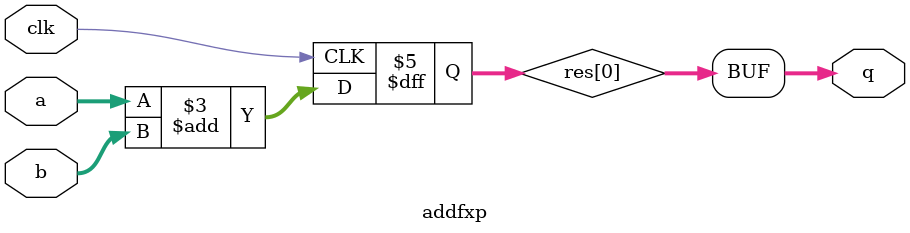
<source format=v>
module addfxp(a, b, q, clk);
   parameter width = 16, cycles=1;
   input signed [width-1:0]  a, b;
   input                     clk;   
   output signed [width-1:0] q;
   reg signed [width-1:0]    res[cycles-1:0];
   assign                    q = res[cycles-1];
   integer                   i;   
   always @(posedge clk) begin
     res[0] <= a+b;
      for (i=1; i < cycles; i = i+1)
        res[i] <= res[i-1];
   end
endmodule
</source>
